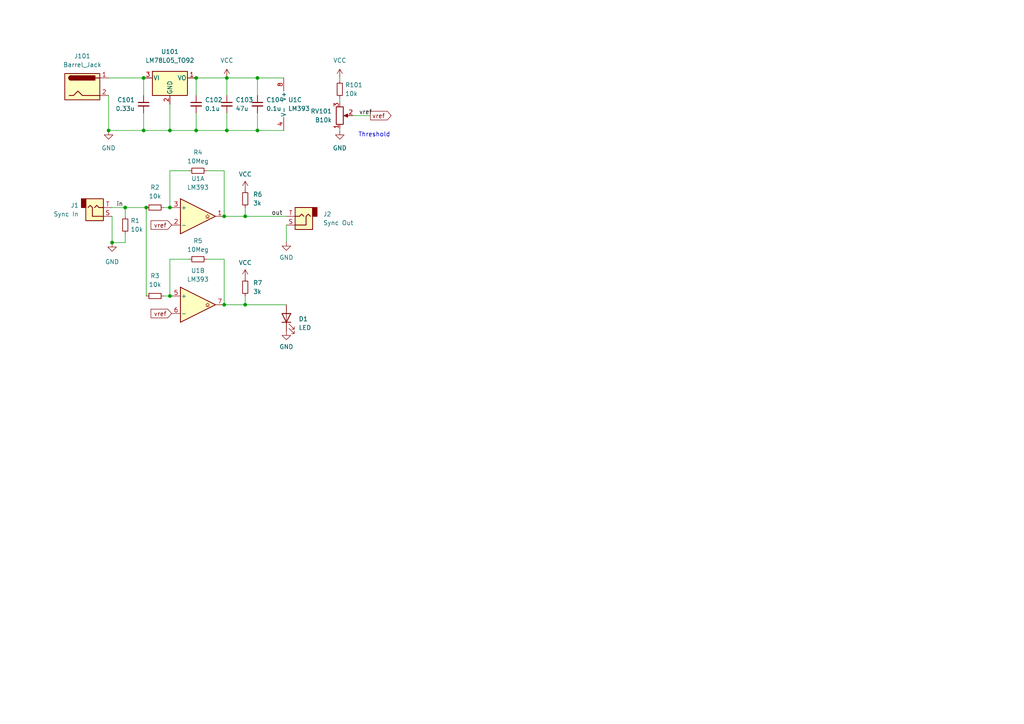
<source format=kicad_sch>
(kicad_sch (version 20211123) (generator eeschema)
  (paper "A4")
  (lib_symbols
    (symbol "Comparator:LM393" (pin_names (offset 0.127))
      (property "Reference" "U" (at 3.81 3.81 0))
      (property "Value" "LM393" (at 6.35 -3.81 0))
      (symbol "LM393_1_1"
        (polyline (pts (xy -5.08 5.08) (xy 5.08 0) (xy -5.08 -5.08) (xy -5.08 5.08)) (stroke (width 0.254)) (fill (type background)))
        (polyline (pts (xy 3.302 -0.508) (xy 2.794 -0.508) (xy 3.302 0) (xy 2.794 0.508) (xy 2.286 0) (xy 2.794 -0.508) (xy 2.286 -0.508)) (stroke (width 0.127)))
        (pin open_collector line (at 7.62 0 180) (length 2.54) (name "~") (number "1"))
        (pin input line (at -7.62 -2.54 0) (length 2.54) (name "-") (number "2"))
        (pin input line (at -7.62 2.54 0) (length 2.54) (name "+") (number "3"))
      )
      (symbol "LM393_2_1"
        (polyline (pts (xy -5.08 5.08) (xy 5.08 0) (xy -5.08 -5.08) (xy -5.08 5.08)) (stroke (width 0.254)) (fill (type background)))
        (polyline (pts (xy 3.302 -0.508) (xy 2.794 -0.508) (xy 3.302 0) (xy 2.794 0.508) (xy 2.286 0) (xy 2.794 -0.508) (xy 2.286 -0.508)) (stroke (width 0.127)))
        (pin input line (at -7.62 2.54 0) (length 2.54) (name "+") (number "5"))
        (pin input line (at -7.62 -2.54 0) (length 2.54) (name "-") (number "6"))
        (pin open_collector line (at 7.62 0 180) (length 2.54) (name "~") (number "7"))
      )
      (symbol "LM393_3_1"
        (pin power_in line (at -2.54 -7.62 90) (length 3.81) (name "V-") (number "4"))
        (pin power_in line (at -2.54 7.62 270) (length 3.81) (name "V+") (number "8"))
      )
    )
    (symbol "Connector:AudioJack2"
      (property "Reference" "J" (at 0 8.89 0))
      (property "Value" "AudioJack2" (at 0 6.35 0))
      (symbol "AudioJack2_0_1"
        (rectangle (start -3.81 0) (end -2.54 -2.54) (stroke (width 0.254)) (fill (type outline)))
        (rectangle (start -2.54 3.81) (end 2.54 -2.54) (stroke (width 0.254)) (fill (type background)))
        (polyline (pts (xy 0 0) (xy 0.635 -0.635) (xy 1.27 0) (xy 2.54 0)) (stroke (width 0.254)))
        (polyline (pts (xy 2.54 2.54) (xy -0.635 2.54) (xy -0.635 0) (xy -1.27 -0.635) (xy -1.905 0)) (stroke (width 0.254)))
      )
      (symbol "AudioJack2_1_1"
        (pin passive line (at 5.08 2.54 180) (length 2.54) (name "~") (number "S"))
        (pin passive line (at 5.08 0 180) (length 2.54) (name "~") (number "T"))
      )
    )
    (symbol "Connector:Barrel_Jack" (pin_names (offset 1.016))
      (property "Reference" "J" (at 0 5.334 0))
      (property "Value" "Barrel_Jack" (at 0 -5.08 0))
      (symbol "Barrel_Jack_0_1"
        (rectangle (start -5.08 3.81) (end 5.08 -3.81) (stroke (width 0.254)) (fill (type background)))
        (arc (start -3.302 3.175) (mid -3.937 2.54) (end -3.302 1.905) (stroke (width 0.254)))
        (arc (start -3.302 3.175) (mid -3.937 2.54) (end -3.302 1.905) (stroke (width 0.254)) (fill (type outline)))
        (polyline (pts (xy 5.08 2.54) (xy 3.81 2.54)) (stroke (width 0.254)))
        (polyline (pts (xy -3.81 -2.54) (xy -2.54 -2.54) (xy -1.27 -1.27) (xy 0 -2.54) (xy 2.54 -2.54) (xy 5.08 -2.54)) (stroke (width 0.254)))
        (rectangle (start 3.683 3.175) (end -3.302 1.905) (stroke (width 0.254)) (fill (type outline)))
      )
      (symbol "Barrel_Jack_1_1"
        (pin passive line (at 7.62 2.54 180) (length 2.54) (name "~") (number "1"))
        (pin passive line (at 7.62 -2.54 180) (length 2.54) (name "~") (number "2"))
      )
    )
    (symbol "Device:C_Small" (pin_numbers hide) (pin_names (offset 0.254) hide)
      (property "Reference" "C" (at 0.254 1.778 0))
      (property "Value" "C_Small" (at 0.254 -2.032 0))
      (symbol "C_Small_0_1"
        (polyline (pts (xy -1.524 -0.508) (xy 1.524 -0.508)) (stroke (width 0.3302)))
        (polyline (pts (xy -1.524 0.508) (xy 1.524 0.508)) (stroke (width 0.3048)))
      )
      (symbol "C_Small_1_1"
        (pin passive line (at 0 2.54 270) (length 2.032) (name "~") (number "1"))
        (pin passive line (at 0 -2.54 90) (length 2.032) (name "~") (number "2"))
      )
    )
    (symbol "Device:LED" (pin_numbers hide) (pin_names (offset 1.016) hide)
      (property "Reference" "D" (at 0 2.54 0))
      (property "Value" "LED" (at 0 -2.54 0))
      (symbol "LED_0_1"
        (polyline (pts (xy -1.27 -1.27) (xy -1.27 1.27)) (stroke (width 0.254)))
        (polyline (pts (xy -1.27 0) (xy 1.27 0)))
        (polyline (pts (xy 1.27 -1.27) (xy 1.27 1.27) (xy -1.27 0) (xy 1.27 -1.27)) (stroke (width 0.254)))
        (polyline (pts (xy -3.048 -0.762) (xy -4.572 -2.286) (xy -3.81 -2.286) (xy -4.572 -2.286) (xy -4.572 -1.524)))
        (polyline (pts (xy -1.778 -0.762) (xy -3.302 -2.286) (xy -2.54 -2.286) (xy -3.302 -2.286) (xy -3.302 -1.524)))
      )
      (symbol "LED_1_1"
        (pin passive line (at -3.81 0 0) (length 2.54) (name "K") (number "1"))
        (pin passive line (at 3.81 0 180) (length 2.54) (name "A") (number "2"))
      )
    )
    (symbol "Device:R_Potentiometer" (pin_names (offset 1.016) hide)
      (property "Reference" "RV" (at -4.445 0 90))
      (property "Value" "R_Potentiometer" (at -2.54 0 90))
      (symbol "R_Potentiometer_0_1"
        (polyline (pts (xy 2.54 0) (xy 1.524 0)))
        (polyline (pts (xy 1.143 0) (xy 2.286 0.508) (xy 2.286 -0.508) (xy 1.143 0)) (fill (type outline)))
        (rectangle (start 1.016 2.54) (end -1.016 -2.54) (stroke (width 0.254)))
      )
      (symbol "R_Potentiometer_1_1"
        (pin passive line (at 0 3.81 270) (length 1.27) (name "1") (number "1"))
        (pin passive line (at 3.81 0 180) (length 1.27) (name "2") (number "2"))
        (pin passive line (at 0 -3.81 90) (length 1.27) (name "3") (number "3"))
      )
    )
    (symbol "Device:R_Small" (pin_numbers hide) (pin_names (offset 0.254) hide)
      (property "Reference" "R" (at 0.762 0.508 0))
      (property "Value" "R_Small" (at 0.762 -1.016 0))
      (symbol "R_Small_0_1"
        (rectangle (start -0.762 1.778) (end 0.762 -1.778) (stroke (width 0.2032)))
      )
      (symbol "R_Small_1_1"
        (pin passive line (at 0 2.54 270) (length 0.762) (name "~") (number "1"))
        (pin passive line (at 0 -2.54 90) (length 0.762) (name "~") (number "2"))
      )
    )
    (symbol "Regulator_Linear:LM78L05_TO92" (pin_names (offset 0.254))
      (property "Reference" "U" (at -3.81 3.175 0))
      (property "Value" "LM78L05_TO92" (at 0 3.175 0))
      (symbol "LM78L05_TO92_0_1"
        (rectangle (start -5.08 -5.08) (end 5.08 1.905) (stroke (width 0.254)) (fill (type background)))
      )
      (symbol "LM78L05_TO92_1_1"
        (pin power_out line (at 7.62 0 180) (length 2.54) (name "VO") (number "1"))
        (pin power_in line (at 0 -7.62 90) (length 2.54) (name "GND") (number "2"))
        (pin power_in line (at -7.62 0 0) (length 2.54) (name "VI") (number "3"))
      )
    )
    (symbol "power:GND" (power) (pin_names (offset 0))
      (property "Value" "GND" (at 0 -3.81 0))
      (symbol "GND_0_1"
        (polyline (pts (xy 0 0) (xy 0 -1.27) (xy 1.27 -1.27) (xy 0 -2.54) (xy -1.27 -1.27) (xy 0 -1.27)))
      )
      (symbol "GND_1_1"
        (pin power_in line (at 0 0 270) (length 0) hide (name "GND") (number "1"))
      )
    )
    (symbol "power:VCC" (power) (pin_names (offset 0))
      (property "Value" "VCC" (at 0 3.81 0))
      (symbol "VCC_0_1"
        (polyline (pts (xy -0.762 1.27) (xy 0 2.54)))
        (polyline (pts (xy 0 0) (xy 0 2.54)))
        (polyline (pts (xy 0 2.54) (xy 0.762 1.27)))
      )
      (symbol "VCC_1_1"
        (pin power_in line (at 0 0 90) (length 0) hide (name "VCC") (number "1"))
      )
    )
  )
  (junction (at 71.12 88.392))
  (junction (at 42.418 60.198))
  (junction (at 49.276 85.852))
  (junction (at 56.896 22.606))
  (junction (at 41.656 37.846))
  (junction (at 65.024 88.392))
  (junction (at 31.496 37.846))
  (junction (at 65.786 22.606))
  (junction (at 41.656 22.606))
  (junction (at 74.676 37.846))
  (junction (at 49.276 37.846))
  (junction (at 71.12 62.738))
  (junction (at 49.276 60.198))
  (junction (at 74.676 22.606))
  (junction (at 32.512 70.358))
  (junction (at 65.024 62.738))
  (junction (at 36.322 60.198))
  (junction (at 56.896 37.846))
  (junction (at 65.786 37.846))
  (wire (pts (xy 65.024 62.738) (xy 71.12 62.738)))
  (wire (pts (xy 56.896 32.766) (xy 56.896 37.846)))
  (wire (pts (xy 102.362 33.528) (xy 107.442 33.528)))
  (wire (pts (xy 54.864 75.184) (xy 49.276 75.184)))
  (wire (pts (xy 31.496 27.686) (xy 31.496 37.846)))
  (wire (pts (xy 65.786 37.846) (xy 74.676 37.846)))
  (wire (pts (xy 49.276 60.198) (xy 49.784 60.198)))
  (wire (pts (xy 31.496 22.606) (xy 41.656 22.606)))
  (wire (pts (xy 56.896 22.606) (xy 56.896 27.686)))
  (wire (pts (xy 36.322 62.738) (xy 36.322 60.198)))
  (wire (pts (xy 32.512 62.738) (xy 32.512 70.358)))
  (wire (pts (xy 54.864 49.53) (xy 49.276 49.53)))
  (wire (pts (xy 65.024 88.392) (xy 71.12 88.392)))
  (wire (pts (xy 65.786 22.606) (xy 65.786 27.686)))
  (wire (pts (xy 59.944 75.184) (xy 65.024 75.184)))
  (wire (pts (xy 49.276 30.226) (xy 49.276 37.846)))
  (wire (pts (xy 49.276 75.184) (xy 49.276 85.852)))
  (wire (pts (xy 65.786 32.766) (xy 65.786 37.846)))
  (wire (pts (xy 65.024 75.184) (xy 65.024 88.392)))
  (wire (pts (xy 36.322 60.198) (xy 42.418 60.198)))
  (wire (pts (xy 49.276 49.53) (xy 49.276 60.198)))
  (wire (pts (xy 56.896 37.846) (xy 49.276 37.846)))
  (wire (pts (xy 49.276 37.846) (xy 41.656 37.846)))
  (wire (pts (xy 41.656 37.846) (xy 31.496 37.846)))
  (wire (pts (xy 98.552 23.368) (xy 98.552 22.606)))
  (wire (pts (xy 56.896 22.606) (xy 65.786 22.606)))
  (wire (pts (xy 59.944 49.53) (xy 65.024 49.53)))
  (wire (pts (xy 32.512 60.198) (xy 36.322 60.198)))
  (wire (pts (xy 41.656 22.606) (xy 41.656 27.686)))
  (wire (pts (xy 36.322 70.358) (xy 32.512 70.358)))
  (wire (pts (xy 65.024 49.53) (xy 65.024 62.738)))
  (wire (pts (xy 83.058 65.278) (xy 83.058 70.104)))
  (wire (pts (xy 42.418 60.198) (xy 42.418 85.852)))
  (wire (pts (xy 74.676 22.606) (xy 74.676 27.686)))
  (wire (pts (xy 47.498 60.198) (xy 49.276 60.198)))
  (wire (pts (xy 83.058 88.392) (xy 71.12 88.392)))
  (wire (pts (xy 71.12 62.738) (xy 83.058 62.738)))
  (wire (pts (xy 71.12 85.852) (xy 71.12 88.392)))
  (wire (pts (xy 98.552 29.718) (xy 98.552 28.448)))
  (wire (pts (xy 74.676 32.766) (xy 74.676 37.846)))
  (wire (pts (xy 49.276 85.852) (xy 49.784 85.852)))
  (wire (pts (xy 71.12 60.198) (xy 71.12 62.738)))
  (wire (pts (xy 36.322 67.818) (xy 36.322 70.358)))
  (wire (pts (xy 98.552 37.846) (xy 98.552 37.338)))
  (wire (pts (xy 65.786 22.606) (xy 74.676 22.606)))
  (wire (pts (xy 74.676 37.846) (xy 82.296 37.846)))
  (wire (pts (xy 74.676 22.606) (xy 82.296 22.606)))
  (wire (pts (xy 47.498 85.852) (xy 49.276 85.852)))
  (wire (pts (xy 41.656 32.766) (xy 41.656 37.846)))
  (wire (pts (xy 56.896 37.846) (xy 65.786 37.846)))
  (text "Threshold" (at 103.886 39.878 0) (effects (font (size 1.27 1.27)) (justify left bottom)))
  (label "in" (at 33.782 60.198 0))
  (label "vref" (at 104.14 33.528 0))
  (label "out" (at 78.74 62.738 0))
  (global_label "vref" (shape input) (at 49.784 65.278 180) (property "Intersheet References" "${INTERSHEET_REFS}" (effects hide)))
  (global_label "vref" (shape output) (at 107.442 33.528 0) (property "Intersheet References" "${INTERSHEET_REFS}" (effects hide)))
  (global_label "vref" (shape input) (at 49.784 90.932 180) (property "Intersheet References" "${INTERSHEET_REFS}" (effects hide)))
  (symbol (lib_id "power:GND") (at 83.058 70.104 0) (unit 1)
    (property "Reference" "#PWR05" (effects hide))
    (property "Value" "GND" (at 83.058 74.676 0))
  )
  (symbol (lib_id "Device:C_Small") (at 74.676 30.226 0) (unit 1)
    (property "Reference" "C104" (at 77.216 28.9622 0) (effects (justify left)))
    (property "Value" "0.1u" (at 77.216 31.5022 0) (effects (justify left)))
    (property "Footprint" "Capacitor_THT:C_Rect_L4.0mm_W2.5mm_P2.50mm" (effects hide))
  )
  (symbol (lib_id "Device:R_Small") (at 44.958 85.852 270) (unit 1)
    (property "Reference" "R3" (at 44.958 80.01 90))
    (property "Value" "10k" (at 44.958 82.55 90))
    (property "Footprint" "Resistor_THT:R_Axial_DIN0204_L3.6mm_D1.6mm_P7.62mm_Horizontal" (effects hide))
    (property "Spice_Model" "10k" (effects hide))
    (property "Spice_Netlist_Enabled" "Y" (effects hide))
    (property "Spice_Primitive" "R" (effects hide))
  )
  (symbol (lib_id "Device:C_Small") (at 56.896 30.226 0) (unit 1)
    (property "Reference" "C102" (at 59.436 28.9622 0) (effects (justify left)))
    (property "Value" "0.1u" (at 59.436 31.5022 0) (effects (justify left)))
    (property "Footprint" "Capacitor_THT:C_Rect_L4.0mm_W2.5mm_P2.50mm" (effects hide))
  )
  (symbol (lib_id "Device:R_Small") (at 36.322 65.278 180) (unit 1)
    (property "Reference" "R1" (at 37.846 64.0079 0) (effects (justify right)))
    (property "Value" "10k" (at 37.846 66.5479 0) (effects (justify right)))
    (property "Footprint" "Resistor_THT:R_Axial_DIN0204_L3.6mm_D1.6mm_P7.62mm_Horizontal" (effects hide))
    (property "Spice_Model" "10k" (effects hide))
    (property "Spice_Netlist_Enabled" "Y" (effects hide))
    (property "Spice_Primitive" "R" (effects hide))
  )
  (symbol (lib_id "power:VCC") (at 71.12 80.772 0) (unit 1)
    (property "Reference" "#PWR03" (effects hide))
    (property "Value" "VCC" (at 71.12 76.2 0))
  )
  (symbol (lib_id "Connector:Barrel_Jack") (at 23.876 25.146 0) (unit 1)
    (property "Reference" "J101" (at 23.876 16.256 0))
    (property "Value" "Barrel_Jack" (at 23.876 18.796 0))
    (property "Footprint" "Connector_JST:JST_EH_B2B-EH-A_1x02_P2.50mm_Vertical" (effects hide))
  )
  (symbol (lib_id "power:GND") (at 83.058 96.012 0) (unit 1)
    (property "Reference" "#PWR04" (effects hide))
    (property "Value" "GND" (at 83.058 100.584 0))
  )
  (symbol (lib_id "Connector:AudioJack2") (at 27.432 60.198 0) (mirror x) (unit 1)
    (property "Reference" "J1" (at 22.86 59.5629 0) (effects (justify right)))
    (property "Value" "Sync In" (at 22.86 62.1029 0) (effects (justify right)))
    (property "Footprint" "Marksard_Audio:MJ-355W" (effects hide))
  )
  (symbol (lib_id "power:VCC") (at 98.552 22.606 0) (unit 1)
    (property "Reference" "#PWR0103" (effects hide))
    (property "Value" "VCC" (at 98.552 17.526 0))
  )
  (symbol (lib_id "power:GND") (at 98.552 37.846 0) (unit 1)
    (property "Reference" "#PWR0104" (effects hide))
    (property "Value" "GND" (at 98.552 42.926 0))
  )
  (symbol (lib_id "Device:LED") (at 83.058 92.202 90) (unit 1)
    (property "Reference" "D1" (at 86.614 92.5194 90) (effects (justify right)))
    (property "Value" "LED" (at 86.614 95.0594 90) (effects (justify right)))
    (property "Footprint" "LED_THT:LED_D3.0mm" (effects hide))
  )
  (symbol (lib_id "Comparator:LM393") (at 84.836 30.226 0) (unit 3)
    (property "Reference" "U1" (at 83.566 28.9559 0) (effects (justify left)))
    (property "Value" "LM393" (at 83.566 31.4959 0) (effects (justify left)))
    (property "Footprint" "Package_DIP:DIP-8_W7.62mm_Socket" (effects hide))
    (property "Datasheet" "http://www.ti.com/lit/ds/symlink/lm393.pdf" (effects hide))
  )
  (symbol (lib_id "Device:R_Small") (at 57.404 75.184 270) (unit 1)
    (property "Reference" "R5" (at 57.404 69.85 90))
    (property "Value" "10Meg" (at 57.404 72.39 90))
    (property "Footprint" "Resistor_THT:R_Axial_DIN0204_L3.6mm_D1.6mm_P7.62mm_Horizontal" (effects hide))
    (property "Spice_Model" "10Meg" (effects hide))
    (property "Spice_Netlist_Enabled" "Y" (effects hide))
    (property "Spice_Primitive" "R" (effects hide))
  )
  (symbol (lib_id "Device:R_Small") (at 71.12 83.312 0) (unit 1)
    (property "Reference" "R7" (at 73.406 82.0419 0) (effects (justify left)))
    (property "Value" "3k" (at 73.406 84.5819 0) (effects (justify left)))
    (property "Footprint" "Resistor_THT:R_Axial_DIN0204_L3.6mm_D1.6mm_P7.62mm_Horizontal" (effects hide))
    (property "Spice_Model" "3k" (effects hide))
    (property "Spice_Netlist_Enabled" "Y" (effects hide))
    (property "Spice_Primitive" "R" (effects hide))
  )
  (symbol (lib_id "power:GND") (at 32.512 70.358 0) (unit 1)
    (property "Reference" "#PWR01" (effects hide))
    (property "Value" "GND" (at 32.512 75.946 0))
  )
  (symbol (lib_id "power:VCC") (at 71.12 55.118 0) (unit 1)
    (property "Reference" "#PWR02" (effects hide))
    (property "Value" "VCC" (at 71.12 50.546 0))
  )
  (symbol (lib_id "Connector:AudioJack2") (at 88.138 62.738 180) (unit 1)
    (property "Reference" "J2" (at 93.726 62.1029 0) (effects (justify right)))
    (property "Value" "Sync Out" (at 93.726 64.6429 0) (effects (justify right)))
    (property "Footprint" "Marksard_Audio:MJ-355W" (effects hide))
  )
  (symbol (lib_id "Device:R_Small") (at 98.552 25.908 180) (unit 1)
    (property "Reference" "R101" (at 100.076 24.6379 0) (effects (justify right)))
    (property "Value" "10k" (at 100.076 27.1779 0) (effects (justify right)))
    (property "Footprint" "Resistor_THT:R_Axial_DIN0204_L3.6mm_D1.6mm_P7.62mm_Horizontal" (effects hide))
    (property "Spice_Model" "10k" (effects hide))
    (property "Spice_Netlist_Enabled" "Y" (effects hide))
    (property "Spice_Primitive" "R" (effects hide))
  )
  (symbol (lib_id "Device:C_Small") (at 65.786 30.226 0) (unit 1)
    (property "Reference" "C103" (at 68.326 28.9622 0) (effects (justify left)))
    (property "Value" "47u" (at 68.326 31.5022 0) (effects (justify left)))
    (property "Footprint" "Capacitor_THT:CP_Radial_D5.0mm_P2.00mm" (effects hide))
  )
  (symbol (lib_id "Device:R_Potentiometer") (at 98.552 33.528 0) (mirror x) (unit 1)
    (property "Reference" "RV101" (at 96.266 32.2579 0) (effects (justify right)))
    (property "Value" "B10k" (at 96.266 34.7979 0) (effects (justify right)))
    (property "Footprint" "Marksard_Audio:Potentiometer_THT_RK09L1140" (effects hide))
  )
  (symbol (lib_id "power:GND") (at 31.496 37.846 0) (unit 1)
    (property "Reference" "#PWR0101" (effects hide))
    (property "Value" "GND" (at 31.496 42.926 0))
  )
  (symbol (lib_id "Comparator:LM393") (at 57.404 88.392 0) (unit 2)
    (property "Reference" "U1" (at 57.404 78.486 0))
    (property "Value" "LM393" (at 57.404 81.026 0))
    (property "Footprint" "Package_DIP:DIP-8_W7.62mm_Socket" (effects hide))
    (property "Datasheet" "http://www.ti.com/lit/ds/symlink/lm393.pdf" (effects hide))
  )
  (symbol (lib_id "Device:R_Small") (at 71.12 57.658 0) (unit 1)
    (property "Reference" "R6" (at 73.406 56.3879 0) (effects (justify left)))
    (property "Value" "3k" (at 73.406 58.9279 0) (effects (justify left)))
    (property "Footprint" "Resistor_THT:R_Axial_DIN0204_L3.6mm_D1.6mm_P7.62mm_Horizontal" (effects hide))
    (property "Spice_Model" "3k" (effects hide))
    (property "Spice_Netlist_Enabled" "Y" (effects hide))
    (property "Spice_Primitive" "R" (effects hide))
  )
  (symbol (lib_id "Comparator:LM393") (at 57.404 62.738 0) (unit 1)
    (property "Reference" "U1" (at 57.404 51.816 0))
    (property "Value" "LM393" (at 57.404 54.356 0))
    (property "Footprint" "Package_DIP:DIP-8_W7.62mm_Socket" (effects hide))
    (property "Datasheet" "http://www.ti.com/lit/ds/symlink/lm393.pdf" (effects hide))
  )
  (symbol (lib_id "Device:C_Small") (at 41.656 30.226 0) (unit 1)
    (property "Reference" "C101" (at 39.116 28.9622 0) (effects (justify right)))
    (property "Value" "0.33u" (at 39.116 31.5022 0) (effects (justify right)))
    (property "Footprint" "Capacitor_THT:C_Rect_L4.0mm_W2.5mm_P2.50mm" (effects hide))
  )
  (symbol (lib_id "Regulator_Linear:LM78L05_TO92") (at 49.276 22.606 0) (unit 1)
    (property "Reference" "U101" (at 49.276 14.986 0))
    (property "Value" "LM78L05_TO92" (at 49.276 17.526 0))
    (property "Footprint" "Package_TO_SOT_THT:TO-92_Inline" (effects hide))
    (property "Datasheet" "https://www.onsemi.com/pub/Collateral/MC78L06A-D.pdf" (effects hide))
  )
  (symbol (lib_id "power:VCC") (at 65.786 22.606 0) (unit 1)
    (property "Reference" "#PWR0102" (effects hide))
    (property "Value" "VCC" (at 65.786 17.526 0))
  )
  (symbol (lib_id "Device:R_Small") (at 44.958 60.198 270) (unit 1)
    (property "Reference" "R2" (at 44.958 54.356 90))
    (property "Value" "10k" (at 44.958 56.896 90))
    (property "Footprint" "Resistor_THT:R_Axial_DIN0204_L3.6mm_D1.6mm_P7.62mm_Horizontal" (effects hide))
    (property "Spice_Model" "10k" (effects hide))
    (property "Spice_Netlist_Enabled" "Y" (effects hide))
    (property "Spice_Primitive" "R" (effects hide))
  )
  (symbol (lib_id "Device:R_Small") (at 57.404 49.53 270) (unit 1)
    (property "Reference" "R4" (at 57.404 44.196 90))
    (property "Value" "10Meg" (at 57.404 46.736 90))
    (property "Footprint" "Resistor_THT:R_Axial_DIN0204_L3.6mm_D1.6mm_P7.62mm_Horizontal" (effects hide))
    (property "Spice_Model" "10Meg" (effects hide))
    (property "Spice_Netlist_Enabled" "Y" (effects hide))
    (property "Spice_Primitive" "R" (effects hide))
  )
)
</source>
